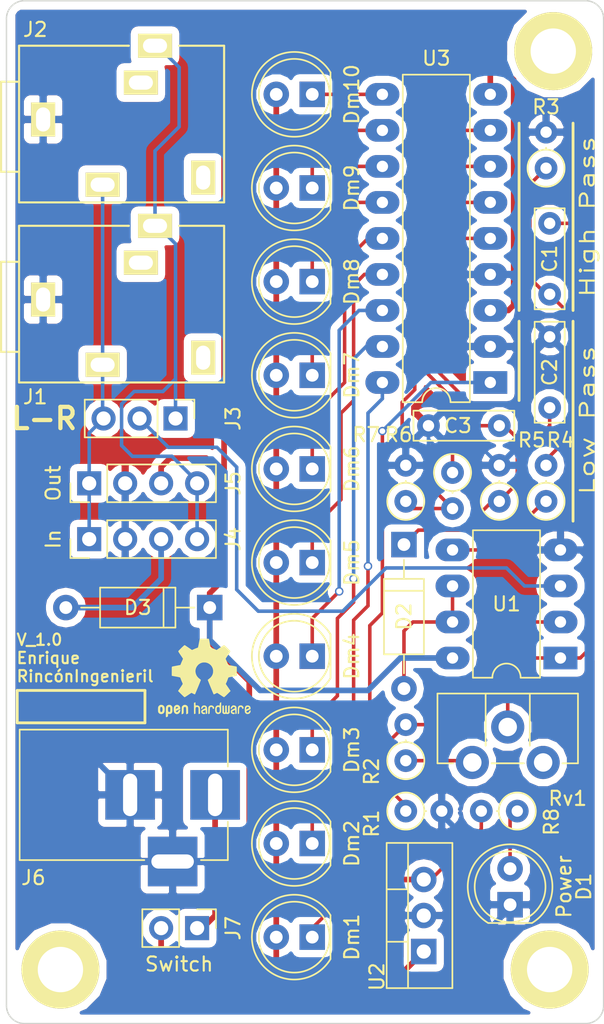
<source format=kicad_pcb>
(kicad_pcb (version 4) (host pcbnew 4.0.2-stable)
  (layers (0 F.Cu signal) (31 B.Cu signal) (34 B.Paste user) (35 F.Paste user) (36 B.SilkS user) (37 F.SilkS user) (38 B.Mask user) (39 F.Mask user) (44 Edge.Cuts user))
  (net 0 "")
  (net 1 +12C)
  (net 2 "Net-(1n4007-Pad2)")
  (net 3 "Net-(C1-Pad1)")
  (net 4 /S_amp)
  (net 5 "Net-(C2-Pad1)")
  (net 6 GND)
  (net 7 "Net-(C3-Pad1)")
  (net 8 "Net-(D1-Pad2)")
  (net 9 /S_filtro)
  (net 10 "Net-(Dm1-Pad1)")
  (net 11 VDD)
  (net 12 "Net-(Dm2-Pad1)")
  (net 13 "Net-(Dm3-Pad1)")
  (net 14 "Net-(Dm4-Pad1)")
  (net 15 "Net-(Dm5-Pad1)")
  (net 16 "Net-(Dm6-Pad1)")
  (net 17 "Net-(Dm7-Pad1)")
  (net 18 "Net-(Dm8-Pad1)")
  (net 19 "Net-(Dm9-Pad1)")
  (net 20 "Net-(Dm10-Pad1)")
  (net 21 /S_right)
  (net 22 "Net-(J1-Pad3)")
  (net 23 "Net-(J1-Pad4)")
  (net 24 /S_left)
  (net 25 "Net-(J2-Pad3)")
  (net 26 "Net-(J2-Pad4)")
  (net 27 "Net-(J3-Pad2)")
  (net 28 "Net-(J6-Pad1)")
  (net 29 "Net-(R1-Pad1)")
  (net 30 "Net-(R2-Pad1)")
  (net 31 "Net-(R6-Pad1)")
  (net 32 "Net-(R6-Pad2)")
  (net 33 "Net-(Rv1-Pad3)")
  (module Potentiometers:Potentiometer_Trimmer_ACP_CA9h2.5_Vertical_Px2.5mm_Py5.0mm (layer F.Cu) (at 150.749 128.905 90)
    (fp_text reference Rv1 (at -2.54 6.731 180) (layer F.SilkS))
    (fp_text value 100k hide)
    (pad 3 thru_hole circle (at 0 5 90) (size 2.34 2.34) (drill 1.3) (layers *.Cu *.Mask) (net 33 "Net-(Rv1-Pad3)"))
    (pad 2 thru_hole circle (at 2.5 2.5 90) (size 2.34 2.34) (drill 1.3) (layers *.Cu *.Mask) (net 4 /S_amp))
    (pad 1 thru_hole circle (at 0 0 90) (size 2.34 2.34) (drill 1.3) (layers *.Cu *.Mask) (net 30 "Net-(R2-Pad1)"))
  )
  (module Housings_DIP:DIP-8_W7.62mm_LongPads (layer F.Cu) (at 156.972 121.539 180)
    (fp_text reference U1 hide)
    (fp_text value LM358 hide)
    (fp_text user %R (at 3.81 3.81 180) (layer F.SilkS))
    (pad 1 thru_hole rect (at 0 0 180) (size 2.4 1.6) (drill 0.8) (layers *.Cu *.Mask) (net 4 /S_amp))
    (pad 5 thru_hole oval (at 7.62 7.62 180) (size 2.4 1.6) (drill 0.8) (layers *.Cu *.Mask) (net 5 "Net-(C2-Pad1)"))
    (pad 2 thru_hole oval (at 0 2.54 180) (size 2.4 1.6) (drill 0.8) (layers *.Cu *.Mask) (net 29 "Net-(R1-Pad1)"))
    (pad 6 thru_hole oval (at 7.62 5.08 180) (size 2.4 1.6) (drill 0.8) (layers *.Cu *.Mask) (net 9 /S_filtro))
    (pad 3 thru_hole oval (at 0 5.08 180) (size 2.4 1.6) (drill 0.8) (layers *.Cu *.Mask) (net 27 "Net-(J3-Pad2)"))
    (pad 7 thru_hole oval (at 7.62 2.54 180) (size 2.4 1.6) (drill 0.8) (layers *.Cu *.Mask) (net 9 /S_filtro))
    (pad 4 thru_hole oval (at 0 7.62 180) (size 2.4 1.6) (drill 0.8) (layers *.Cu *.Mask) (net 6 GND))
    (pad 8 thru_hole oval (at 7.62 0 180) (size 2.4 1.6) (drill 0.8) (layers *.Cu *.Mask) (net 1 +12C))
  )
  (module Pin_Headers:Pin_Header_Straight_1x04_Pitch2.54mm (layer F.Cu) (at 123.698 113.157 90)
    (fp_text reference J4 (at 0 10.16 90) (layer F.SilkS))
    (fp_text value In (at 0 -2.54 90) (layer F.SilkS))
    (pad 1 thru_hole rect (at 0 0 90) (size 1.7 1.7) (drill 1) (layers *.Cu *.Mask) (net 24 /S_left))
    (pad 2 thru_hole oval (at 0 2.54 90) (size 1.7 1.7) (drill 1) (layers *.Cu *.Mask) (net 6 GND))
    (pad 3 thru_hole oval (at 0 5.08 90) (size 1.7 1.7) (drill 1) (layers *.Cu *.Mask) (net 2 "Net-(1n4007-Pad2)"))
    (pad 4 thru_hole oval (at 0 7.62 90) (size 1.7 1.7) (drill 1) (layers *.Cu *.Mask) (net 21 /S_right))
  )
  (module Housings_DIP:DIP-18_W7.62mm_LongPads (layer F.Cu) (at 152.019 102.108 180)
    (fp_text reference U3 (at 3.81 22.86 180) (layer F.SilkS))
    (fp_text value LM3915 hide)
    (pad 1 thru_hole rect (at 0 0 180) (size 2.4 1.6) (drill 0.8) (layers *.Cu *.Mask) (net 10 "Net-(Dm1-Pad1)"))
    (pad 10 thru_hole oval (at 7.62 20.32 180) (size 2.4 1.6) (drill 0.8) (layers *.Cu *.Mask) (net 20 "Net-(Dm10-Pad1)"))
    (pad 2 thru_hole oval (at 0 2.54 180) (size 2.4 1.6) (drill 0.8) (layers *.Cu *.Mask) (net 6 GND))
    (pad 11 thru_hole oval (at 7.62 17.78 180) (size 2.4 1.6) (drill 0.8) (layers *.Cu *.Mask) (net 19 "Net-(Dm9-Pad1)"))
    (pad 3 thru_hole oval (at 0 5.08 180) (size 2.4 1.6) (drill 0.8) (layers *.Cu *.Mask) (net 1 +12C))
    (pad 12 thru_hole oval (at 7.62 15.24 180) (size 2.4 1.6) (drill 0.8) (layers *.Cu *.Mask) (net 18 "Net-(Dm8-Pad1)"))
    (pad 4 thru_hole oval (at 0 7.62 180) (size 2.4 1.6) (drill 0.8) (layers *.Cu *.Mask) (net 6 GND))
    (pad 13 thru_hole oval (at 7.62 12.7 180) (size 2.4 1.6) (drill 0.8) (layers *.Cu *.Mask) (net 17 "Net-(Dm7-Pad1)"))
    (pad 5 thru_hole oval (at 0 10.16 180) (size 2.4 1.6) (drill 0.8) (layers *.Cu *.Mask) (net 7 "Net-(C3-Pad1)"))
    (pad 14 thru_hole oval (at 7.62 10.16 180) (size 2.4 1.6) (drill 0.8) (layers *.Cu *.Mask) (net 16 "Net-(Dm6-Pad1)"))
    (pad 6 thru_hole oval (at 0 12.7 180) (size 2.4 1.6) (drill 0.8) (layers *.Cu *.Mask) (net 31 "Net-(R6-Pad1)"))
    (pad 15 thru_hole oval (at 7.62 7.62 180) (size 2.4 1.6) (drill 0.8) (layers *.Cu *.Mask) (net 15 "Net-(Dm5-Pad1)"))
    (pad 7 thru_hole oval (at 0 15.24 180) (size 2.4 1.6) (drill 0.8) (layers *.Cu *.Mask) (net 31 "Net-(R6-Pad1)"))
    (pad 16 thru_hole oval (at 7.62 5.08 180) (size 2.4 1.6) (drill 0.8) (layers *.Cu *.Mask) (net 14 "Net-(Dm4-Pad1)"))
    (pad 8 thru_hole oval (at 0 17.78 180) (size 2.4 1.6) (drill 0.8) (layers *.Cu *.Mask) (net 32 "Net-(R6-Pad2)"))
    (pad 17 thru_hole oval (at 7.62 2.54 180) (size 2.4 1.6) (drill 0.8) (layers *.Cu *.Mask) (net 13 "Net-(Dm3-Pad1)"))
    (pad 9 thru_hole oval (at 0 20.32 180) (size 2.4 1.6) (drill 0.8) (layers *.Cu *.Mask) (net 1 +12C))
    (pad 18 thru_hole oval (at 7.62 0 180) (size 2.4 1.6) (drill 0.8) (layers *.Cu *.Mask) (net 12 "Net-(Dm2-Pad1)"))
  )
  (module Capacitors_ThroughHole:C_Rect_L7.0mm_W2.0mm_P5.00mm (layer F.Cu) (at 152.654 105.156 180)
    (fp_text reference C3 (at 2.921 0 180) (layer F.SilkS))
    (fp_text value 100nF hide)
    (pad 1 thru_hole circle (at 0 0 180) (size 1.6 1.6) (drill 0.8) (layers *.Cu *.Mask) (net 7 "Net-(C3-Pad1)"))
    (pad 2 thru_hole circle (at 5 0 180) (size 1.6 1.6) (drill 0.8) (layers *.Cu *.Mask) (net 6 GND))
  )
  (module vumetro:Jack_TRS_3.5mm_5_pin (layer F.Cu) (at 118.745 78.359)
    (fp_text reference J2 (at 1.143 -1.143) (layer F.SilkS))
    (fp_text value JACK_TRS_5_PIN hide)
    (pad 2 thru_hole rect (at 9.6 0) (size 2.4 1.7) (drill oval 1.7 1) (layers *.Cu *.Mask F.SilkS) (net 21 /S_right))
    (pad 3 thru_hole rect (at 8.6 2.6) (size 2.4 1.7) (drill oval 1.7 1) (layers *.Cu *.Mask F.SilkS) (net 25 "Net-(J2-Pad3)"))
    (pad 1 thru_hole rect (at 1.7 5.2) (size 1.7 2.4) (drill oval 1 1.7) (layers *.Cu *.Mask F.SilkS) (net 6 GND))
    (pad 4 thru_hole rect (at 13 9.3) (size 1.7 2.4) (drill oval 1 1.7) (layers *.Cu *.Mask F.SilkS) (net 26 "Net-(J2-Pad4)"))
    (pad 5 thru_hole rect (at 5.9 9.8) (size 2.4 1.7) (drill oval 1.7 1) (layers *.Cu *.Mask F.SilkS) (net 24 /S_left))
  )
  (module Pin_Headers:Pin_Header_Straight_1x04_Pitch2.54mm (layer F.Cu) (at 123.698 109.22 90)
    (fp_text reference J5 (at 0 10.16 90) (layer F.SilkS))
    (fp_text value Out (at 0 -2.54 90) (layer F.SilkS))
    (pad 1 thru_hole rect (at 0 0 90) (size 1.7 1.7) (drill 1) (layers *.Cu *.Mask) (net 24 /S_left))
    (pad 2 thru_hole oval (at 0 2.54 90) (size 1.7 1.7) (drill 1) (layers *.Cu *.Mask) (net 6 GND))
    (pad 3 thru_hole oval (at 0 5.08 90) (size 1.7 1.7) (drill 1) (layers *.Cu *.Mask) (net 1 +12C))
    (pad 4 thru_hole oval (at 0 7.62 90) (size 1.7 1.7) (drill 1) (layers *.Cu *.Mask) (net 21 /S_right))
  )
  (module Resistors_ThroughHole:R_Axial_DIN0207_L6.3mm_D2.5mm_P2.54mm_Vertical (layer F.Cu) (at 146.05 110.49 90)
    (fp_text reference R7 (at 4.699 -2.794 180) (layer F.SilkS))
    (fp_text value 1k hide)
    (pad 1 thru_hole circle (at 0 0 90) (size 1.6 1.6) (drill 0.8) (layers *.Cu *.Mask) (net 32 "Net-(R6-Pad2)"))
    (pad 2 thru_hole oval (at 2.54 0 90) (size 1.6 1.6) (drill 0.8) (layers *.Cu *.Mask) (net 6 GND))
  )
  (module Resistors_ThroughHole:R_Axial_DIN0207_L6.3mm_D2.5mm_P2.54mm_Vertical (layer F.Cu) (at 152.654 110.49 90)
    (fp_text reference R5 (at 4.318 2.286 360) (layer F.SilkS))
    (fp_text value 1M hide)
    (pad 1 thru_hole circle (at 0 0 90) (size 1.6 1.6) (drill 0.8) (layers *.Cu *.Mask) (net 7 "Net-(C3-Pad1)"))
    (pad 2 thru_hole oval (at 2.54 0 90) (size 1.6 1.6) (drill 0.8) (layers *.Cu *.Mask) (net 6 GND))
  )
  (module Diodes_ThroughHole:D_A-405_P10.16mm_Horizontal (layer F.Cu) (at 132.207 117.983 180)
    (fp_text reference 1n4007 hide)
    (fp_text value D3 (at 5.08 0 180) (layer F.SilkS))
    (pad 1 thru_hole rect (at 0 0 180) (size 1.8 1.8) (drill 0.9) (layers *.Cu *.Mask) (net 1 +12C))
    (pad 2 thru_hole oval (at 10.16 0 180) (size 1.8 1.8) (drill 0.9) (layers *.Cu *.Mask) (net 2 "Net-(1n4007-Pad2)"))
  )
  (module Capacitors_ThroughHole:C_Rect_L7.0mm_W2.0mm_P5.00mm (layer F.Cu) (at 156.21 95.885 90)
    (fp_text reference C1 hide)
    (fp_text value 10nF hide)
    (fp_text user %R (at 2.5 0 90) (layer F.SilkS))
    (pad 1 thru_hole circle (at 0 0 90) (size 1.6 1.6) (drill 0.8) (layers *.Cu *.Mask) (net 3 "Net-(C1-Pad1)"))
    (pad 2 thru_hole circle (at 5 0 90) (size 1.6 1.6) (drill 0.8) (layers *.Cu *.Mask) (net 4 /S_amp))
  )
  (module Capacitors_ThroughHole:C_Rect_L7.0mm_W2.0mm_P5.00mm (layer F.Cu) (at 156.21 103.886 90)
    (fp_text reference C2 hide)
    (fp_text value 100nF hide)
    (fp_text user %R (at 2.5 0 90) (layer F.SilkS))
    (pad 1 thru_hole circle (at 0 0 90) (size 1.6 1.6) (drill 0.8) (layers *.Cu *.Mask) (net 5 "Net-(C2-Pad1)"))
    (pad 2 thru_hole circle (at 5 0 90) (size 1.6 1.6) (drill 0.8) (layers *.Cu *.Mask) (net 6 GND))
  )
  (module LEDs:LED_D5.0mm (layer F.Cu) (at 153.416 138.938 90)
    (fp_text reference D1 (at 1.27 5.207 270) (layer F.SilkS))
    (fp_text value Power (at 1.27 3.81 90) (layer F.SilkS))
    (pad 1 thru_hole rect (at 0 0 90) (size 1.8 1.8) (drill 0.9) (layers *.Cu *.Mask) (net 6 GND))
    (pad 2 thru_hole circle (at 2.54 0 90) (size 1.8 1.8) (drill 0.9) (layers *.Cu *.Mask) (net 8 "Net-(D1-Pad2)"))
  )
  (module Diodes_ThroughHole:D_A-405_P10.16mm_Horizontal (layer F.Cu) (at 145.923 113.538 270)
    (fp_text reference D2 hide)
    (fp_text value 1n5822 hide)
    (fp_text user %R (at 5.08 0 270) (layer F.SilkS))
    (pad 1 thru_hole rect (at 0 0 270) (size 1.8 1.8) (drill 0.9) (layers *.Cu *.Mask) (net 7 "Net-(C3-Pad1)"))
    (pad 2 thru_hole oval (at 10.16 0 270) (size 1.8 1.8) (drill 0.9) (layers *.Cu *.Mask) (net 9 /S_filtro))
  )
  (module LEDs:LED_D5.0mm (layer F.Cu) (at 139.446 141.224 180)
    (fp_text reference Dm1 (at -2.794 0 270) (layer F.SilkS))
    (fp_text value LED hide)
    (pad 1 thru_hole rect (at 0 0 180) (size 1.8 1.8) (drill 0.9) (layers *.Cu *.Mask) (net 10 "Net-(Dm1-Pad1)"))
    (pad 2 thru_hole circle (at 2.54 0 180) (size 1.8 1.8) (drill 0.9) (layers *.Cu *.Mask) (net 11 VDD))
  )
  (module LEDs:LED_D5.0mm (layer F.Cu) (at 139.446 134.62 180)
    (fp_text reference Dm2 (at -2.794 0 270) (layer F.SilkS))
    (fp_text value LED hide)
    (pad 1 thru_hole rect (at 0 0 180) (size 1.8 1.8) (drill 0.9) (layers *.Cu *.Mask) (net 12 "Net-(Dm2-Pad1)"))
    (pad 2 thru_hole circle (at 2.54 0 180) (size 1.8 1.8) (drill 0.9) (layers *.Cu *.Mask) (net 11 VDD))
  )
  (module LEDs:LED_D5.0mm (layer F.Cu) (at 139.446 128.016 180)
    (fp_text reference Dm3 (at -2.794 0 270) (layer F.SilkS))
    (fp_text value LED hide)
    (pad 1 thru_hole rect (at 0 0 180) (size 1.8 1.8) (drill 0.9) (layers *.Cu *.Mask) (net 13 "Net-(Dm3-Pad1)"))
    (pad 2 thru_hole circle (at 2.54 0 180) (size 1.8 1.8) (drill 0.9) (layers *.Cu *.Mask) (net 11 VDD))
  )
  (module LEDs:LED_D5.0mm (layer F.Cu) (at 139.446 121.412 180)
    (fp_text reference Dm4 (at -2.794 0 270) (layer F.SilkS))
    (fp_text value LED hide)
    (pad 1 thru_hole rect (at 0 0 180) (size 1.8 1.8) (drill 0.9) (layers *.Cu *.Mask) (net 14 "Net-(Dm4-Pad1)"))
    (pad 2 thru_hole circle (at 2.54 0 180) (size 1.8 1.8) (drill 0.9) (layers *.Cu *.Mask) (net 11 VDD))
  )
  (module LEDs:LED_D5.0mm (layer F.Cu) (at 139.446 114.808 180)
    (fp_text reference Dm5 (at -2.794 0 270) (layer F.SilkS))
    (fp_text value LED hide)
    (pad 1 thru_hole rect (at 0 0 180) (size 1.8 1.8) (drill 0.9) (layers *.Cu *.Mask) (net 15 "Net-(Dm5-Pad1)"))
    (pad 2 thru_hole circle (at 2.54 0 180) (size 1.8 1.8) (drill 0.9) (layers *.Cu *.Mask) (net 11 VDD))
  )
  (module LEDs:LED_D5.0mm (layer F.Cu) (at 139.446 108.204 180)
    (fp_text reference Dm6 (at -2.794 0 270) (layer F.SilkS))
    (fp_text value LED hide)
    (pad 1 thru_hole rect (at 0 0 180) (size 1.8 1.8) (drill 0.9) (layers *.Cu *.Mask) (net 16 "Net-(Dm6-Pad1)"))
    (pad 2 thru_hole circle (at 2.54 0 180) (size 1.8 1.8) (drill 0.9) (layers *.Cu *.Mask) (net 11 VDD))
  )
  (module LEDs:LED_D5.0mm (layer F.Cu) (at 139.446 101.6 180)
    (fp_text reference Dm7 (at -2.794 0 270) (layer F.SilkS))
    (fp_text value LED hide)
    (pad 1 thru_hole rect (at 0 0 180) (size 1.8 1.8) (drill 0.9) (layers *.Cu *.Mask) (net 17 "Net-(Dm7-Pad1)"))
    (pad 2 thru_hole circle (at 2.54 0 180) (size 1.8 1.8) (drill 0.9) (layers *.Cu *.Mask) (net 11 VDD))
  )
  (module LEDs:LED_D5.0mm (layer F.Cu) (at 139.446 94.996 180)
    (fp_text reference Dm8 (at -2.794 0 270) (layer F.SilkS))
    (fp_text value LED hide)
    (pad 1 thru_hole rect (at 0 0 180) (size 1.8 1.8) (drill 0.9) (layers *.Cu *.Mask) (net 18 "Net-(Dm8-Pad1)"))
    (pad 2 thru_hole circle (at 2.54 0 180) (size 1.8 1.8) (drill 0.9) (layers *.Cu *.Mask) (net 11 VDD))
  )
  (module LEDs:LED_D5.0mm (layer F.Cu) (at 139.446 88.392 180)
    (fp_text reference Dm9 (at -2.794 0 270) (layer F.SilkS))
    (fp_text value LED hide)
    (pad 1 thru_hole rect (at 0 0 180) (size 1.8 1.8) (drill 0.9) (layers *.Cu *.Mask) (net 19 "Net-(Dm9-Pad1)"))
    (pad 2 thru_hole circle (at 2.54 0 180) (size 1.8 1.8) (drill 0.9) (layers *.Cu *.Mask) (net 11 VDD))
  )
  (module LEDs:LED_D5.0mm (layer F.Cu) (at 139.446 81.788 180)
    (fp_text reference Dm10 (at -2.794 0 270) (layer F.SilkS))
    (fp_text value LED hide)
    (pad 1 thru_hole rect (at 0 0 180) (size 1.8 1.8) (drill 0.9) (layers *.Cu *.Mask) (net 20 "Net-(Dm10-Pad1)"))
    (pad 2 thru_hole circle (at 2.54 0 180) (size 1.8 1.8) (drill 0.9) (layers *.Cu *.Mask) (net 11 VDD))
  )
  (module vumetro:Jack_TRS_3.5mm_5_pin (layer F.Cu) (at 118.745 91.059)
    (fp_text reference J1 (at 1.143 12.065) (layer F.SilkS))
    (fp_text value JACK_TRS_5_PIN hide)
    (pad 2 thru_hole rect (at 9.6 0) (size 2.4 1.7) (drill oval 1.7 1) (layers *.Cu *.Mask F.SilkS) (net 21 /S_right))
    (pad 3 thru_hole rect (at 8.6 2.6) (size 2.4 1.7) (drill oval 1.7 1) (layers *.Cu *.Mask F.SilkS) (net 22 "Net-(J1-Pad3)"))
    (pad 1 thru_hole rect (at 1.7 5.2) (size 1.7 2.4) (drill oval 1 1.7) (layers *.Cu *.Mask F.SilkS) (net 6 GND))
    (pad 4 thru_hole rect (at 13 9.3) (size 1.7 2.4) (drill oval 1 1.7) (layers *.Cu *.Mask F.SilkS) (net 23 "Net-(J1-Pad4)"))
    (pad 5 thru_hole rect (at 5.9 9.8) (size 2.4 1.7) (drill oval 1.7 1) (layers *.Cu *.Mask F.SilkS) (net 24 /S_left))
  )
  (module Pin_Headers:Pin_Header_Straight_1x03_Pitch2.54mm (layer F.Cu) (at 129.794 104.648 270)
    (fp_text reference J3 (at 0 -4.064 450) (layer F.SilkS))
    (fp_text value Chan hide)
    (pad 1 thru_hole rect (at 0 0 270) (size 1.7 1.7) (drill 1) (layers *.Cu *.Mask) (net 21 /S_right))
    (pad 2 thru_hole oval (at 0 2.54 270) (size 1.7 1.7) (drill 1) (layers *.Cu *.Mask) (net 27 "Net-(J3-Pad2)"))
    (pad 3 thru_hole oval (at 0 5.08 270) (size 1.7 1.7) (drill 1) (layers *.Cu *.Mask) (net 24 /S_left))
  )
  (module Connect:BARREL_JACK (layer F.Cu) (at 132.588 131.191)
    (fp_text reference J6 (at -12.827 5.842 180) (layer F.SilkS))
    (fp_text value BARREL_JACK hide)
    (pad 1 thru_hole rect (at 0 0) (size 3.5 3.5) (drill oval 1 3) (layers *.Cu *.Mask) (net 28 "Net-(J6-Pad1)"))
    (pad 2 thru_hole rect (at -6 0) (size 3.5 3.5) (drill oval 1 3) (layers *.Cu *.Mask) (net 6 GND))
    (pad 3 thru_hole rect (at -3 4.7) (size 3.5 3.5) (drill oval 3 1) (layers *.Cu *.Mask) (net 6 GND))
  )
  (module Pin_Headers:Pin_Header_Straight_1x02_Pitch2.54mm (layer F.Cu) (at 131.318 140.589 270)
    (fp_text reference J7 (at 0 -2.54 270) (layer F.SilkS))
    (fp_text value Switch (at 2.54 1.27 360) (layer F.SilkS))
    (pad 1 thru_hole rect (at 0 0 270) (size 1.7 1.7) (drill 1) (layers *.Cu *.Mask) (net 28 "Net-(J6-Pad1)"))
    (pad 2 thru_hole oval (at 0 2.54 270) (size 1.7 1.7) (drill 1) (layers *.Cu *.Mask) (net 1 +12C))
  )
  (module Resistors_ThroughHole:R_Axial_DIN0207_L6.3mm_D2.5mm_P2.54mm_Vertical (layer F.Cu) (at 146.05 132.334)
    (fp_text reference R1 (at -2.413 0.889 90) (layer F.SilkS))
    (fp_text value 10k hide)
    (pad 1 thru_hole circle (at 0 0) (size 1.6 1.6) (drill 0.8) (layers *.Cu *.Mask) (net 29 "Net-(R1-Pad1)"))
    (pad 2 thru_hole oval (at 2.54 0) (size 1.6 1.6) (drill 0.8) (layers *.Cu *.Mask) (net 6 GND))
  )
  (module Resistors_ThroughHole:R_Axial_DIN0207_L6.3mm_D2.5mm_P2.54mm_Vertical (layer F.Cu) (at 146.05 128.778 90)
    (fp_text reference R2 (at -0.762 -2.413 90) (layer F.SilkS))
    (fp_text value 10k hide)
    (pad 1 thru_hole circle (at 0 0 90) (size 1.6 1.6) (drill 0.8) (layers *.Cu *.Mask) (net 30 "Net-(R2-Pad1)"))
    (pad 2 thru_hole oval (at 2.54 0 90) (size 1.6 1.6) (drill 0.8) (layers *.Cu *.Mask) (net 29 "Net-(R1-Pad1)"))
  )
  (module Resistors_ThroughHole:R_Axial_DIN0207_L6.3mm_D2.5mm_P2.54mm_Vertical (layer F.Cu) (at 155.956 86.995 90)
    (fp_text reference R3 (at 4.318 0 180) (layer F.SilkS))
    (fp_text value 8k2 hide)
    (pad 1 thru_hole circle (at 0 0 90) (size 1.6 1.6) (drill 0.8) (layers *.Cu *.Mask) (net 3 "Net-(C1-Pad1)"))
    (pad 2 thru_hole oval (at 2.54 0 90) (size 1.6 1.6) (drill 0.8) (layers *.Cu *.Mask) (net 6 GND))
  )
  (module Resistors_ThroughHole:R_Axial_DIN0207_L6.3mm_D2.5mm_P2.54mm_Vertical (layer F.Cu) (at 155.956 110.49 90)
    (fp_text reference R4 (at 4.318 1.016 360) (layer F.SilkS))
    (fp_text value 6k2 hide)
    (pad 1 thru_hole circle (at 0 0 90) (size 1.6 1.6) (drill 0.8) (layers *.Cu *.Mask) (net 5 "Net-(C2-Pad1)"))
    (pad 2 thru_hole oval (at 2.54 0 90) (size 1.6 1.6) (drill 0.8) (layers *.Cu *.Mask) (net 3 "Net-(C1-Pad1)"))
  )
  (module Resistors_ThroughHole:R_Axial_DIN0207_L6.3mm_D2.5mm_P2.54mm_Vertical (layer F.Cu) (at 149.352 108.458 270)
    (fp_text reference R6 (at -2.667 3.81 360) (layer F.SilkS))
    (fp_text value 1k hide)
    (pad 1 thru_hole circle (at 0 0 270) (size 1.6 1.6) (drill 0.8) (layers *.Cu *.Mask) (net 31 "Net-(R6-Pad1)"))
    (pad 2 thru_hole oval (at 2.54 0 270) (size 1.6 1.6) (drill 0.8) (layers *.Cu *.Mask) (net 32 "Net-(R6-Pad2)"))
  )
  (module Resistors_ThroughHole:R_Axial_DIN0207_L6.3mm_D2.5mm_P2.54mm_Vertical (layer F.Cu) (at 153.924 132.334 180)
    (fp_text reference R8 (at -2.413 -0.762 270) (layer F.SilkS))
    (fp_text value 220 hide)
    (pad 1 thru_hole circle (at 0 0 180) (size 1.6 1.6) (drill 0.8) (layers *.Cu *.Mask) (net 8 "Net-(D1-Pad2)"))
    (pad 2 thru_hole oval (at 2.54 0 180) (size 1.6 1.6) (drill 0.8) (layers *.Cu *.Mask) (net 11 VDD))
  )
  (module TO_SOT_Packages_THT:TO-220_Vertical (layer F.Cu) (at 147.32 142.24 90)
    (fp_text reference U2 (at -1.778 -3.302 90) (layer F.SilkS))
    (fp_text value lm7805 hide)
    (pad 1 thru_hole rect (at 0 0 90) (size 1.8 1.8) (drill 1) (layers *.Cu *.Mask) (net 1 +12C))
    (pad 2 thru_hole oval (at 2.54 0 90) (size 1.8 1.8) (drill 1) (layers *.Cu *.Mask) (net 6 GND))
    (pad 3 thru_hole oval (at 5.08 0 90) (size 1.8 1.8) (drill 1) (layers *.Cu *.Mask) (net 11 VDD))
  )
  (module vumetro:oshw (layer F.Cu) (at 129.413 120.269)
    (fp_text reference G*** hide)
    (fp_text value LOGO hide)
  )
  (module Symbols:OSHW-Logo2_7.3x6mm_SilkScreen (layer F.Cu) (at 131.826 122.936)
    (fp_text reference REF*** hide)
    (fp_text value OSHW-Logo2_7.3x6mm_SilkScreen hide)
  )
  (module Connect:1pin (layer F.Cu) (at 121.666 143.51)
    (fp_text reference REF** hide)
    (fp_text value 1pin hide)
    (pad "" np_thru_hole circle (at 0 0) (size 5.5 5.5) (drill 3.2) (layers *.Cu *.Mask F.SilkS))
  )
  (module Connect:1pin (layer F.Cu) (at 156.464 78.74)
    (fp_text reference REF** hide)
    (fp_text value 1pin hide)
    (pad "" np_thru_hole circle (at 0 0) (size 5.5 5.5) (drill 3.2) (layers *.Cu *.Mask F.SilkS))
  )
  (module Connect:1pin (layer F.Cu) (at 156.21 143.51)
    (fp_text reference REF** hide)
    (fp_text value 1pin hide)
    (pad "" np_thru_hole circle (at 0 0) (size 5.5 5.5) (drill 3.2) (layers *.Cu *.Mask F.SilkS))
  )
  (gr_text L-R (at 120.523 104.648) (layer F.SilkS) (effects (font (size 1.5 1.5) (thickness 0.3))))
  (gr_line (start 154.051 97.79) (end 154.051 103.378) (angle 90) (layer F.SilkS) (width 0.2))
  (gr_line (start 154.051 97.028) (end 154.051 83.82) (angle 90) (layer F.SilkS) (width 0.2))
  (gr_line (start 117.856 146.05) (end 117.856 76.454) (angle 90) (layer Edge.Cuts) (width 0.1))
  (gr_line (start 158.75 147.32) (end 119.126 147.32) (angle 90) (layer Edge.Cuts) (width 0.1))
  (gr_line (start 160.02 76.454) (end 160.02 146.05) (angle 90) (layer Edge.Cuts) (width 0.1))
  (gr_line (start 119.126 75.184) (end 158.75 75.184) (angle 90) (layer Edge.Cuts) (width 0.1))
  (gr_arc (start 119.126 76.454) (end 117.856 76.454) (angle 90) (layer Edge.Cuts) (width 0.1))
  (gr_arc (start 119.126 146.05) (end 119.126 147.32) (angle 90) (layer Edge.Cuts) (width 0.1))
  (gr_arc (start 158.75 146.05) (end 160.02 146.05) (angle 90) (layer Edge.Cuts) (width 0.1))
  (gr_arc (start 158.75 76.454) (end 158.75 75.184) (angle 90) (layer Edge.Cuts) (width 0.1))
  (gr_line (start 118.618 126.111) (end 118.618 123.825) (angle 90) (layer F.SilkS) (width 0.2))
  (gr_line (start 127.635 126.111) (end 118.618 126.111) (angle 90) (layer F.SilkS) (width 0.2))
  (gr_line (start 127.635 123.825) (end 127.635 126.111) (angle 90) (layer F.SilkS) (width 0.2))
  (gr_line (start 118.618 123.825) (end 127.635 123.825) (angle 90) (layer F.SilkS) (width 0.2))
  (gr_text "V_1.0\nEnrique\nRincónIngenieril" (at 118.491 121.539) (layer F.SilkS) (effects (font (size 0.8 0.8)) (justify left)))
  (gr_text "Low Pass" (at 158.877 104.775 90) (layer F.SilkS) (effects (font (size 1 1.5))))
  (gr_text "High Pass" (at 158.877 90.424 90) (layer F.SilkS) (effects (font (size 1 1.5))))
  (gr_line (start 157.861 97.028) (end 157.861 83.82) (angle 90) (layer F.SilkS) (width 0.2))
  (gr_line (start 157.861 97.79) (end 157.861 111.887) (angle 90) (layer F.SilkS) (width 0.2))
  (segment (start 128.778 140.589) (end 128.778 143.51) (width 0.4) (layer F.Cu) (net 1))
  (segment (start 130.175 144.907) (end 134.112 144.907) (width 0.4) (layer F.Cu) (net 1))
  (segment (start 128.778 143.51) (end 130.175 144.907) (width 0.4) (layer F.Cu) (net 1))
  (segment (start 132.207 117.983) (end 132.207 120.396) (width 0.4) (layer F.Cu) (net 1))
  (segment (start 135.001 144.018) (end 134.112 144.907) (width 0.4) (layer F.Cu) (net 1))
  (segment (start 135.001 123.19) (end 135.001 144.018) (width 0.4) (layer F.Cu) (net 1))
  (segment (start 132.207 120.396) (end 135.001 123.19) (width 0.4) (layer F.Cu) (net 1))
  (segment (start 134.112 144.907) (end 144.653 144.907) (width 0.4) (layer F.Cu) (net 1))
  (segment (start 144.653 144.907) (end 147.32 142.24) (width 0.4) (layer F.Cu) (net 1))
  (segment (start 149.352 121.539) (end 149.352 121.666) (width 0.25) (layer F.Cu) (net 1))
  (segment (start 152.019 79.121) (end 153.67 80.772) (width 0.4) (layer F.Cu) (net 1))
  (segment (start 153.289 97.028) (end 152.019 97.028) (width 0.4) (layer F.Cu) (net 1))
  (segment (start 153.67 96.647) (end 153.289 97.028) (width 0.4) (layer F.Cu) (net 1))
  (segment (start 153.67 80.772) (end 153.67 96.647) (width 0.4) (layer F.Cu) (net 1))
  (segment (start 133.223 108.966) (end 133.223 79.629) (width 0.4) (layer F.Cu) (net 1))
  (segment (start 152.019 79.121) (end 152.019 81.788) (width 0.4) (layer F.Cu) (net 1))
  (segment (start 150.622 77.724) (end 152.019 79.121) (width 0.4) (layer F.Cu) (net 1))
  (segment (start 135.128 77.724) (end 150.622 77.724) (width 0.4) (layer F.Cu) (net 1))
  (segment (start 133.223 79.629) (end 135.128 77.724) (width 0.4) (layer F.Cu) (net 1))
  (segment (start 132.207 117.983) (end 132.207 116.967) (width 0.4) (layer F.Cu) (net 1))
  (segment (start 128.778 108.077) (end 128.778 109.22) (width 0.4) (layer F.Cu) (net 1))
  (segment (start 129.413 107.442) (end 128.778 108.077) (width 0.4) (layer F.Cu) (net 1))
  (segment (start 131.953 107.442) (end 129.413 107.442) (width 0.4) (layer F.Cu) (net 1))
  (segment (start 133.223 108.712) (end 131.953 107.442) (width 0.4) (layer F.Cu) (net 1))
  (segment (start 133.223 115.951) (end 133.223 108.966) (width 0.4) (layer F.Cu) (net 1))
  (segment (start 133.223 108.966) (end 133.223 108.712) (width 0.4) (layer F.Cu) (net 1))
  (segment (start 132.207 116.967) (end 133.223 115.951) (width 0.4) (layer F.Cu) (net 1))
  (segment (start 132.207 117.983) (end 132.207 120.269) (width 0.4) (layer B.Cu) (net 1))
  (segment (start 145.669 121.539) (end 149.352 121.539) (width 0.4) (layer B.Cu) (net 1))
  (segment (start 143.383 123.825) (end 145.669 121.539) (width 0.4) (layer B.Cu) (net 1))
  (segment (start 135.763 123.825) (end 143.383 123.825) (width 0.4) (layer B.Cu) (net 1))
  (segment (start 132.207 120.269) (end 135.763 123.825) (width 0.4) (layer B.Cu) (net 1))
  (segment (start 122.047 117.983) (end 126.746 117.983) (width 0.4) (layer B.Cu) (net 2))
  (segment (start 128.778 115.951) (end 128.778 113.157) (width 0.4) (layer B.Cu) (net 2))
  (segment (start 126.746 117.983) (end 128.778 115.951) (width 0.4) (layer B.Cu) (net 2))
  (segment (start 155.956 107.569) (end 157.734 105.791) (width 0.25) (layer F.Cu) (net 3))
  (segment (start 157.734 105.791) (end 157.734 97.409) (width 0.25) (layer F.Cu) (net 3))
  (segment (start 157.734 97.409) (end 156.21 95.885) (width 0.25) (layer F.Cu) (net 3))
  (segment (start 156.21 95.885) (end 155.956 95.885) (width 0.25) (layer F.Cu) (net 3))
  (segment (start 155.956 95.885) (end 154.813 94.742) (width 0.25) (layer F.Cu) (net 3))
  (segment (start 154.813 88.138) (end 155.956 86.995) (width 0.25) (layer F.Cu) (net 3))
  (segment (start 154.813 94.742) (end 154.813 88.138) (width 0.25) (layer F.Cu) (net 3))
  (segment (start 155.956 107.95) (end 155.956 107.569) (width 0.25) (layer F.Cu) (net 3))
  (segment (start 153.249 126.405) (end 153.249 123.103) (width 0.25) (layer F.Cu) (net 4))
  (segment (start 154.813 121.539) (end 156.972 121.539) (width 0.25) (layer F.Cu) (net 4))
  (segment (start 153.249 123.103) (end 154.813 121.539) (width 0.25) (layer F.Cu) (net 4))
  (segment (start 156.21 90.885) (end 157.814 90.885) (width 0.25) (layer F.Cu) (net 4))
  (segment (start 158.369 121.539) (end 156.972 121.539) (width 0.25) (layer F.Cu) (net 4))
  (segment (start 159.131 120.777) (end 158.369 121.539) (width 0.25) (layer F.Cu) (net 4))
  (segment (start 159.131 92.202) (end 159.131 120.777) (width 0.25) (layer F.Cu) (net 4))
  (segment (start 157.814 90.885) (end 159.131 92.202) (width 0.25) (layer F.Cu) (net 4))
  (segment (start 154.432 111.887) (end 154.374002 111.944998) (width 0.25) (layer F.Cu) (net 5))
  (segment (start 149.352 113.919) (end 152.4 113.919) (width 0.25) (layer F.Cu) (net 5))
  (segment (start 152.4 113.919) (end 154.374002 111.944998) (width 0.25) (layer F.Cu) (net 5))
  (segment (start 156.21 103.886) (end 156.21 105.156) (width 0.25) (layer F.Cu) (net 5))
  (segment (start 154.432 106.934) (end 154.432 111.887) (width 0.25) (layer F.Cu) (net 5))
  (segment (start 156.21 105.156) (end 154.432 106.934) (width 0.25) (layer F.Cu) (net 5))
  (segment (start 155.829 110.49) (end 154.432 111.887) (width 0.25) (layer F.Cu) (net 5))
  (segment (start 155.956 110.49) (end 155.829 110.49) (width 0.25) (layer F.Cu) (net 5))
  (segment (start 126.238 109.22) (end 126.238 113.157) (width 0.4) (layer B.Cu) (net 6))
  (segment (start 126.238 113.157) (end 126.238 114.427) (width 0.4) (layer B.Cu) (net 6))
  (segment (start 120.904 115.697) (end 120.445 116.156) (width 0.4) (layer B.Cu) (net 6))
  (segment (start 124.968 115.697) (end 120.904 115.697) (width 0.4) (layer B.Cu) (net 6))
  (segment (start 126.238 114.427) (end 124.968 115.697) (width 0.4) (layer B.Cu) (net 6))
  (segment (start 153.416 138.938) (end 153.416 139.192) (width 0.4) (layer B.Cu) (net 6))
  (segment (start 153.416 139.192) (end 150.1775 142.4305) (width 0.4) (layer B.Cu) (net 6))
  (segment (start 150.1775 142.4305) (end 150.114 142.494) (width 0.4) (layer B.Cu) (net 6))
  (segment (start 147.32 139.7) (end 148.844 139.7) (width 0.4) (layer B.Cu) (net 6))
  (segment (start 148.844 139.7) (end 150.114 140.97) (width 0.4) (layer B.Cu) (net 6))
  (segment (start 148.59 132.334) (end 148.59 132.588) (width 0.4) (layer B.Cu) (net 6))
  (segment (start 148.59 132.588) (end 150.114 134.112) (width 0.4) (layer B.Cu) (net 6))
  (segment (start 150.114 134.112) (end 150.114 140.97) (width 0.4) (layer B.Cu) (net 6))
  (segment (start 150.114 140.97) (end 150.114 142.494) (width 0.4) (layer B.Cu) (net 6))
  (segment (start 150.114 142.494) (end 150.114 143.764) (width 0.4) (layer B.Cu) (net 6))
  (segment (start 150.114 143.764) (end 147.955 145.923) (width 0.4) (layer B.Cu) (net 6))
  (segment (start 147.955 145.923) (end 128.016 145.923) (width 0.4) (layer B.Cu) (net 6))
  (segment (start 128.016 145.923) (end 126.588 144.495) (width 0.4) (layer B.Cu) (net 6))
  (segment (start 126.588 144.495) (end 126.588 135.224) (width 0.4) (layer B.Cu) (net 6))
  (segment (start 154.432 106.172) (end 157.734 106.172) (width 0.4) (layer B.Cu) (net 6))
  (segment (start 158.877 107.315) (end 158.877 115.062) (width 0.4) (layer B.Cu) (net 6))
  (segment (start 157.734 106.172) (end 158.877 107.315) (width 0.4) (layer B.Cu) (net 6))
  (segment (start 153.416 138.938) (end 155.956 138.938) (width 0.4) (layer B.Cu) (net 6))
  (segment (start 158.877 136.017) (end 158.877 115.062) (width 0.4) (layer B.Cu) (net 6))
  (segment (start 155.956 138.938) (end 158.877 136.017) (width 0.4) (layer B.Cu) (net 6))
  (segment (start 158.369 113.919) (end 156.972 113.919) (width 0.4) (layer B.Cu) (net 6))
  (segment (start 158.877 115.062) (end 158.877 114.427) (width 0.4) (layer B.Cu) (net 6))
  (segment (start 158.877 114.427) (end 158.369 113.919) (width 0.4) (layer B.Cu) (net 6))
  (segment (start 120.445 83.559) (end 120.445 96.259) (width 0.4) (layer B.Cu) (net 6))
  (segment (start 120.445 96.259) (end 120.445 116.156) (width 0.4) (layer B.Cu) (net 6))
  (segment (start 120.445 116.156) (end 120.445 125.048) (width 0.4) (layer B.Cu) (net 6))
  (segment (start 120.445 125.048) (end 126.588 131.191) (width 0.4) (layer B.Cu) (net 6))
  (segment (start 152.019 94.488) (end 153.416 94.488) (width 0.4) (layer B.Cu) (net 6))
  (segment (start 153.416 94.488) (end 154.432 95.504) (width 0.4) (layer B.Cu) (net 6))
  (segment (start 156.21 98.886) (end 155.749 98.886) (width 0.4) (layer B.Cu) (net 6))
  (segment (start 155.749 98.886) (end 154.432 100.203) (width 0.4) (layer B.Cu) (net 6))
  (segment (start 154.432 100.711) (end 154.432 100.203) (width 0.4) (layer B.Cu) (net 6))
  (segment (start 154.432 100.203) (end 154.432 95.504) (width 0.4) (layer B.Cu) (net 6))
  (segment (start 154.432 95.504) (end 154.432 84.836) (width 0.4) (layer B.Cu) (net 6))
  (segment (start 154.813 84.455) (end 155.956 84.455) (width 0.4) (layer B.Cu) (net 6))
  (segment (start 154.432 84.836) (end 154.813 84.455) (width 0.4) (layer B.Cu) (net 6))
  (segment (start 152.019 99.568) (end 153.162 99.568) (width 0.4) (layer F.Cu) (net 6))
  (segment (start 152.654 107.95) (end 154.432 106.172) (width 0.4) (layer B.Cu) (net 6))
  (segment (start 153.543 99.568) (end 152.019 99.568) (width 0.4) (layer B.Cu) (net 6))
  (segment (start 154.432 100.457) (end 153.543 99.568) (width 0.4) (layer B.Cu) (net 6))
  (segment (start 154.432 106.172) (end 154.432 100.711) (width 0.4) (layer B.Cu) (net 6))
  (segment (start 154.432 100.711) (end 154.432 100.457) (width 0.4) (layer B.Cu) (net 6))
  (segment (start 147.654 105.156) (end 147.654 106.125) (width 0.25) (layer B.Cu) (net 6))
  (segment (start 147.654 106.125) (end 148.336 106.807) (width 0.25) (layer B.Cu) (net 6))
  (segment (start 148.336 106.807) (end 151.511 106.807) (width 0.25) (layer B.Cu) (net 6))
  (segment (start 151.511 106.807) (end 152.654 107.95) (width 0.25) (layer B.Cu) (net 6))
  (segment (start 129.588 135.891) (end 127.255 135.891) (width 0.4) (layer B.Cu) (net 6))
  (segment (start 127.255 135.891) (end 126.588 135.224) (width 0.4) (layer B.Cu) (net 6))
  (segment (start 126.588 135.224) (end 126.588 131.191) (width 0.4) (layer B.Cu) (net 6))
  (segment (start 146.05 107.95) (end 147.193 107.95) (width 0.25) (layer B.Cu) (net 6))
  (segment (start 147.654 107.489) (end 147.654 105.156) (width 0.25) (layer B.Cu) (net 6))
  (segment (start 147.193 107.95) (end 147.654 107.489) (width 0.25) (layer B.Cu) (net 6))
  (segment (start 147.701 105.203) (end 147.654 105.156) (width 0.25) (layer B.Cu) (net 6))
  (segment (start 153.035 105.156) (end 153.924 106.045) (width 0.25) (layer F.Cu) (net 7))
  (segment (start 153.924 109.22) (end 152.654 110.49) (width 0.25) (layer F.Cu) (net 7))
  (segment (start 153.924 106.045) (end 153.924 109.22) (width 0.25) (layer F.Cu) (net 7))
  (segment (start 152.146 110.49) (end 150.114 112.522) (width 0.25) (layer F.Cu) (net 7))
  (segment (start 146.939 112.522) (end 145.923 113.538) (width 0.25) (layer F.Cu) (net 7))
  (segment (start 150.114 112.522) (end 146.939 112.522) (width 0.25) (layer F.Cu) (net 7))
  (segment (start 152.654 110.49) (end 152.146 110.49) (width 0.25) (layer F.Cu) (net 7))
  (segment (start 148.59 91.948) (end 147.955 92.583) (width 0.25) (layer F.Cu) (net 7))
  (segment (start 152.019 91.948) (end 148.59 91.948) (width 0.25) (layer F.Cu) (net 7))
  (segment (start 150.368 105.156) (end 152.654 105.156) (width 0.25) (layer F.Cu) (net 7))
  (segment (start 149.86 104.648) (end 150.368 105.156) (width 0.25) (layer F.Cu) (net 7))
  (segment (start 149.86 102.87) (end 149.86 104.648) (width 0.25) (layer F.Cu) (net 7))
  (segment (start 147.955 100.965) (end 149.86 102.87) (width 0.25) (layer F.Cu) (net 7))
  (segment (start 147.955 92.583) (end 147.955 100.965) (width 0.25) (layer F.Cu) (net 7))
  (segment (start 152.654 105.156) (end 153.035 105.156) (width 0.25) (layer F.Cu) (net 7))
  (segment (start 153.416 136.398) (end 153.416 132.842) (width 0.25) (layer F.Cu) (net 8))
  (segment (start 153.416 132.842) (end 153.924 132.334) (width 0.25) (layer F.Cu) (net 8))
  (segment (start 149.352 118.999) (end 146.558 118.999) (width 0.25) (layer F.Cu) (net 9))
  (segment (start 145.923 119.634) (end 145.923 123.698) (width 0.25) (layer F.Cu) (net 9))
  (segment (start 146.558 118.999) (end 145.923 119.634) (width 0.25) (layer F.Cu) (net 9))
  (segment (start 149.352 116.459) (end 149.352 118.999) (width 0.25) (layer F.Cu) (net 9))
  (segment (start 139.446 141.224) (end 139.446 140.589) (width 0.25) (layer F.Cu) (net 10))
  (segment (start 139.446 140.589) (end 143.51 136.525) (width 0.25) (layer F.Cu) (net 10))
  (segment (start 143.51 136.525) (end 143.51 119.253) (width 0.25) (layer F.Cu) (net 10))
  (segment (start 143.51 119.253) (end 144.399 118.364) (width 0.25) (layer F.Cu) (net 10))
  (segment (start 144.399 118.364) (end 144.399 105.537) (width 0.25) (layer F.Cu) (net 10))
  (via (at 144.399 105.537) (size 0.6) (drill 0.4) (layers F.Cu B.Cu) (net 10))
  (segment (start 144.399 105.537) (end 147.828 102.108) (width 0.25) (layer B.Cu) (net 10))
  (segment (start 147.828 102.108) (end 152.019 102.108) (width 0.25) (layer B.Cu) (net 10))
  (segment (start 147.32 137.16) (end 147.828 137.16) (width 0.25) (layer F.Cu) (net 11))
  (segment (start 147.828 137.16) (end 151.384 133.604) (width 0.25) (layer F.Cu) (net 11))
  (segment (start 151.384 133.604) (end 151.384 132.334) (width 0.25) (layer F.Cu) (net 11))
  (segment (start 136.906 141.224) (end 136.906 143.129) (width 0.4) (layer F.Cu) (net 11))
  (segment (start 144.399 137.16) (end 147.32 137.16) (width 0.4) (layer F.Cu) (net 11))
  (segment (start 142.875 138.684) (end 144.399 137.16) (width 0.4) (layer F.Cu) (net 11))
  (segment (start 142.875 140.97) (end 142.875 138.684) (width 0.4) (layer F.Cu) (net 11))
  (segment (start 140.208 143.637) (end 142.875 140.97) (width 0.4) (layer F.Cu) (net 11))
  (segment (start 137.414 143.637) (end 140.208 143.637) (width 0.4) (layer F.Cu) (net 11))
  (segment (start 136.906 143.129) (end 137.414 143.637) (width 0.4) (layer F.Cu) (net 11))
  (segment (start 136.906 114.808) (end 136.906 121.412) (width 0.4) (layer F.Cu) (net 11))
  (segment (start 136.906 121.412) (end 136.906 128.016) (width 0.4) (layer F.Cu) (net 11))
  (segment (start 136.906 128.016) (end 136.906 134.62) (width 0.4) (layer F.Cu) (net 11))
  (segment (start 136.906 134.62) (end 136.906 141.224) (width 0.4) (layer F.Cu) (net 11))
  (segment (start 136.906 94.996) (end 136.906 101.6) (width 0.4) (layer F.Cu) (net 11))
  (segment (start 136.906 101.6) (end 136.906 108.204) (width 0.4) (layer F.Cu) (net 11))
  (segment (start 136.906 108.204) (end 136.906 114.808) (width 0.4) (layer F.Cu) (net 11))
  (segment (start 136.906 81.788) (end 136.906 88.392) (width 0.4) (layer F.Cu) (net 11))
  (segment (start 136.906 88.392) (end 136.906 94.996) (width 0.4) (layer F.Cu) (net 11))
  (segment (start 144.399 102.108) (end 144.399 103.251) (width 0.25) (layer B.Cu) (net 12))
  (segment (start 139.446 131.953) (end 139.446 134.62) (width 0.25) (layer F.Cu) (net 12))
  (segment (start 142.367 129.032) (end 139.446 131.953) (width 0.25) (layer F.Cu) (net 12))
  (segment (start 142.367 118.872) (end 142.367 129.032) (width 0.25) (layer F.Cu) (net 12))
  (segment (start 143.383 117.856) (end 142.367 118.872) (width 0.25) (layer F.Cu) (net 12))
  (segment (start 143.383 115.062) (end 143.383 117.856) (width 0.25) (layer F.Cu) (net 12))
  (via (at 143.383 115.062) (size 0.6) (drill 0.4) (layers F.Cu B.Cu) (net 12))
  (segment (start 143.383 104.267) (end 143.383 115.062) (width 0.25) (layer B.Cu) (net 12))
  (segment (start 144.399 103.251) (end 143.383 104.267) (width 0.25) (layer B.Cu) (net 12))
  (segment (start 144.399 99.568) (end 143.256 99.568) (width 0.25) (layer B.Cu) (net 13))
  (segment (start 143.256 99.568) (end 142.367 100.457) (width 0.25) (layer B.Cu) (net 13))
  (segment (start 142.367 100.457) (end 142.367 115.951) (width 0.25) (layer B.Cu) (net 13))
  (via (at 142.367 115.951) (size 0.6) (drill 0.4) (layers F.Cu B.Cu) (net 13))
  (segment (start 142.367 115.951) (end 142.367 117.602) (width 0.25) (layer F.Cu) (net 13))
  (segment (start 142.367 117.602) (end 141.224 118.745) (width 0.25) (layer F.Cu) (net 13))
  (segment (start 141.224 118.745) (end 141.224 124.206) (width 0.25) (layer F.Cu) (net 13))
  (segment (start 141.224 124.206) (end 139.446 125.984) (width 0.25) (layer F.Cu) (net 13))
  (segment (start 139.446 125.984) (end 139.446 128.016) (width 0.25) (layer F.Cu) (net 13))
  (segment (start 144.399 97.028) (end 142.748 97.028) (width 0.25) (layer B.Cu) (net 14))
  (segment (start 139.446 118.745) (end 139.446 121.412) (width 0.25) (layer F.Cu) (net 14))
  (segment (start 141.351 116.84) (end 139.446 118.745) (width 0.25) (layer F.Cu) (net 14))
  (via (at 141.351 116.84) (size 0.6) (drill 0.4) (layers F.Cu B.Cu) (net 14))
  (segment (start 141.351 98.425) (end 141.351 116.84) (width 0.25) (layer B.Cu) (net 14))
  (segment (start 142.748 97.028) (end 141.351 98.425) (width 0.25) (layer B.Cu) (net 14))
  (segment (start 144.399 94.488) (end 143.129 94.488) (width 0.25) (layer F.Cu) (net 15))
  (segment (start 139.446 112.395) (end 139.446 114.808) (width 0.25) (layer F.Cu) (net 15))
  (segment (start 141.478 110.363) (end 139.446 112.395) (width 0.25) (layer F.Cu) (net 15))
  (segment (start 141.478 104.267) (end 141.478 110.363) (width 0.25) (layer F.Cu) (net 15))
  (segment (start 142.367 103.378) (end 141.478 104.267) (width 0.25) (layer F.Cu) (net 15))
  (segment (start 142.367 95.25) (end 142.367 103.378) (width 0.25) (layer F.Cu) (net 15))
  (segment (start 143.129 94.488) (end 142.367 95.25) (width 0.25) (layer F.Cu) (net 15))
  (segment (start 144.399 91.948) (end 143.383 91.948) (width 0.25) (layer F.Cu) (net 16))
  (segment (start 143.383 91.948) (end 141.732 93.599) (width 0.25) (layer F.Cu) (net 16))
  (segment (start 141.732 93.599) (end 141.732 102.108) (width 0.25) (layer F.Cu) (net 16))
  (segment (start 141.732 102.108) (end 139.446 104.394) (width 0.25) (layer F.Cu) (net 16))
  (segment (start 139.446 104.394) (end 139.446 108.204) (width 0.25) (layer F.Cu) (net 16))
  (segment (start 139.446 101.6) (end 139.446 97.79) (width 0.25) (layer F.Cu) (net 17))
  (segment (start 142.621 89.408) (end 144.399 89.408) (width 0.25) (layer F.Cu) (net 17))
  (segment (start 141.097 90.932) (end 142.621 89.408) (width 0.25) (layer F.Cu) (net 17))
  (segment (start 141.097 96.139) (end 141.097 90.932) (width 0.25) (layer F.Cu) (net 17))
  (segment (start 139.446 97.79) (end 141.097 96.139) (width 0.25) (layer F.Cu) (net 17))
  (segment (start 139.446 94.996) (end 139.446 91.567) (width 0.25) (layer F.Cu) (net 18))
  (segment (start 142.367 86.868) (end 144.399 86.868) (width 0.25) (layer F.Cu) (net 18))
  (segment (start 141.097 88.138) (end 142.367 86.868) (width 0.25) (layer F.Cu) (net 18))
  (segment (start 141.097 89.916) (end 141.097 88.138) (width 0.25) (layer F.Cu) (net 18))
  (segment (start 139.446 91.567) (end 141.097 89.916) (width 0.25) (layer F.Cu) (net 18))
  (segment (start 139.446 88.392) (end 139.446 85.725) (width 0.25) (layer F.Cu) (net 19))
  (segment (start 140.843 84.328) (end 144.399 84.328) (width 0.25) (layer F.Cu) (net 19))
  (segment (start 139.446 85.725) (end 140.843 84.328) (width 0.25) (layer F.Cu) (net 19))
  (segment (start 139.446 81.788) (end 144.399 81.788) (width 0.25) (layer F.Cu) (net 20))
  (segment (start 131.318 109.22) (end 131.318 109.093) (width 0.25) (layer B.Cu) (net 21))
  (segment (start 131.318 109.093) (end 129.54 107.315) (width 0.25) (layer B.Cu) (net 21))
  (segment (start 128.905 102.743) (end 129.794 101.854) (width 0.25) (layer B.Cu) (net 21))
  (segment (start 126.873 102.743) (end 128.905 102.743) (width 0.25) (layer B.Cu) (net 21))
  (segment (start 125.984 103.632) (end 126.873 102.743) (width 0.25) (layer B.Cu) (net 21))
  (segment (start 125.984 106.553) (end 125.984 103.632) (width 0.25) (layer B.Cu) (net 21))
  (segment (start 126.746 107.315) (end 125.984 106.553) (width 0.25) (layer B.Cu) (net 21))
  (segment (start 129.54 107.315) (end 126.746 107.315) (width 0.25) (layer B.Cu) (net 21))
  (segment (start 131.318 109.22) (end 131.318 109.347) (width 0.25) (layer B.Cu) (net 21))
  (segment (start 130.302 104.648) (end 129.794 104.648) (width 0.25) (layer F.Cu) (net 21))
  (segment (start 131.318 109.22) (end 131.318 113.157) (width 0.25) (layer B.Cu) (net 21))
  (segment (start 128.345 91.059) (end 128.524 91.059) (width 0.25) (layer B.Cu) (net 21))
  (segment (start 128.524 91.059) (end 129.794 92.329) (width 0.25) (layer B.Cu) (net 21))
  (segment (start 129.794 92.329) (end 129.794 101.854) (width 0.25) (layer B.Cu) (net 21))
  (segment (start 129.794 101.854) (end 129.794 102.362) (width 0.25) (layer B.Cu) (net 21))
  (segment (start 129.794 102.362) (end 129.794 104.648) (width 0.25) (layer B.Cu) (net 21))
  (segment (start 128.345 78.359) (end 128.524 78.359) (width 0.25) (layer B.Cu) (net 21))
  (segment (start 128.524 78.359) (end 130.048 79.883) (width 0.25) (layer B.Cu) (net 21))
  (segment (start 130.048 79.883) (end 130.048 84.074) (width 0.25) (layer B.Cu) (net 21))
  (segment (start 130.048 84.074) (end 128.345 85.777) (width 0.25) (layer B.Cu) (net 21))
  (segment (start 128.345 85.777) (end 128.345 91.059) (width 0.25) (layer B.Cu) (net 21))
  (segment (start 123.698 109.22) (end 123.698 105.664) (width 0.25) (layer B.Cu) (net 24))
  (segment (start 123.698 105.664) (end 124.714 104.648) (width 0.25) (layer B.Cu) (net 24))
  (segment (start 123.698 113.157) (end 123.698 109.22) (width 0.25) (layer B.Cu) (net 24))
  (segment (start 124.645 100.859) (end 124.645 104.579) (width 0.25) (layer B.Cu) (net 24))
  (segment (start 124.645 104.579) (end 124.714 104.648) (width 0.25) (layer B.Cu) (net 24))
  (segment (start 124.645 88.159) (end 124.645 100.859) (width 0.25) (layer B.Cu) (net 24))
  (segment (start 156.972 116.459) (end 154.432 116.459) (width 0.25) (layer B.Cu) (net 27))
  (segment (start 154.432 116.459) (end 153.162 115.189) (width 0.25) (layer B.Cu) (net 27))
  (segment (start 153.162 115.189) (end 144.653 115.189) (width 0.25) (layer B.Cu) (net 27))
  (segment (start 144.653 115.189) (end 141.605 118.237) (width 0.25) (layer B.Cu) (net 27))
  (segment (start 141.605 118.237) (end 135.636 118.237) (width 0.25) (layer B.Cu) (net 27))
  (segment (start 135.636 118.237) (end 134.112 116.713) (width 0.25) (layer B.Cu) (net 27))
  (segment (start 134.112 116.713) (end 134.112 108.077) (width 0.25) (layer B.Cu) (net 27))
  (segment (start 134.112 108.077) (end 132.715 106.68) (width 0.25) (layer B.Cu) (net 27))
  (segment (start 132.715 106.68) (end 129.286 106.68) (width 0.25) (layer B.Cu) (net 27))
  (segment (start 129.286 106.68) (end 127.254 104.648) (width 0.25) (layer B.Cu) (net 27))
  (segment (start 131.318 140.589) (end 131.699 140.589) (width 0.4) (layer F.Cu) (net 28))
  (segment (start 131.699 140.589) (end 132.588 139.7) (width 0.4) (layer F.Cu) (net 28))
  (segment (start 132.588 139.7) (end 132.588 131.191) (width 0.4) (layer F.Cu) (net 28))
  (segment (start 146.05 126.238) (end 147.828 126.238) (width 0.25) (layer F.Cu) (net 29))
  (segment (start 155.067 118.999) (end 156.972 118.999) (width 0.25) (layer F.Cu) (net 29))
  (segment (start 147.828 126.238) (end 155.067 118.999) (width 0.25) (layer F.Cu) (net 29))
  (segment (start 146.05 132.334) (end 146.05 131.953) (width 0.25) (layer F.Cu) (net 29))
  (segment (start 146.05 131.953) (end 144.399 130.302) (width 0.25) (layer F.Cu) (net 29))
  (segment (start 144.399 130.302) (end 144.399 127.889) (width 0.25) (layer F.Cu) (net 29))
  (segment (start 144.399 127.889) (end 146.05 126.238) (width 0.25) (layer F.Cu) (net 29))
  (segment (start 146.05 128.778) (end 150.622 128.778) (width 0.25) (layer F.Cu) (net 30))
  (segment (start 150.622 128.778) (end 150.749 128.905) (width 0.25) (layer F.Cu) (net 30))
  (segment (start 152.019 89.408) (end 148.082 89.408) (width 0.25) (layer F.Cu) (net 31))
  (segment (start 147.32 90.17) (end 147.32 90.297) (width 0.25) (layer F.Cu) (net 31))
  (segment (start 148.082 89.408) (end 147.32 90.17) (width 0.25) (layer F.Cu) (net 31))
  (segment (start 149.352 108.458) (end 149.352 103.251) (width 0.25) (layer F.Cu) (net 31))
  (segment (start 148.082 86.868) (end 152.019 86.868) (width 0.25) (layer F.Cu) (net 31))
  (segment (start 147.32 87.63) (end 148.082 86.868) (width 0.25) (layer F.Cu) (net 31))
  (segment (start 147.32 101.219) (end 147.32 90.297) (width 0.25) (layer F.Cu) (net 31))
  (segment (start 147.32 90.297) (end 147.32 87.63) (width 0.25) (layer F.Cu) (net 31))
  (segment (start 149.352 103.251) (end 147.32 101.219) (width 0.25) (layer F.Cu) (net 31))
  (segment (start 149.352 110.998) (end 147.447 109.093) (width 0.25) (layer F.Cu) (net 32))
  (segment (start 148.209 84.328) (end 152.019 84.328) (width 0.25) (layer F.Cu) (net 32))
  (segment (start 146.685 85.852) (end 148.209 84.328) (width 0.25) (layer F.Cu) (net 32))
  (segment (start 146.685 102.616) (end 146.685 85.852) (width 0.25) (layer F.Cu) (net 32))
  (segment (start 145.796 103.505) (end 146.685 102.616) (width 0.25) (layer F.Cu) (net 32))
  (segment (start 145.796 105.537) (end 145.796 103.505) (width 0.25) (layer F.Cu) (net 32))
  (segment (start 147.447 107.188) (end 145.796 105.537) (width 0.25) (layer F.Cu) (net 32))
  (segment (start 147.447 109.093) (end 147.447 107.188) (width 0.25) (layer F.Cu) (net 32))
  (segment (start 149.352 110.998) (end 146.558 110.998) (width 0.25) (layer F.Cu) (net 32))
  (segment (start 146.558 110.998) (end 146.05 110.49) (width 0.25) (layer F.Cu) (net 32))
  (zone (net 6) (net_name GND) (layer F.Cu) (connect_pads (clearance 0.508)) (min_thickness 0.254) (fill yes (arc_segments 16) (thermal_gap 0.508) (thermal_bridge_width 0.508))
    (polygon (pts (xy 159.385 146.685) (xy 118.491 146.685) (xy 118.491 75.819) (xy 159.385 75.819) (xy 159.385 146.685)))
  )
  (zone (net 6) (net_name GND) (layer B.Cu) (connect_pads (clearance 0.508)) (min_thickness 0.254) (fill yes (arc_segments 16) (thermal_gap 0.508) (thermal_bridge_width 0.508))
    (polygon (pts (xy 159.385 146.685) (xy 118.491 146.685) (xy 118.491 75.819) (xy 159.385 75.819) (xy 159.385 146.685)))
  )
)
</source>
